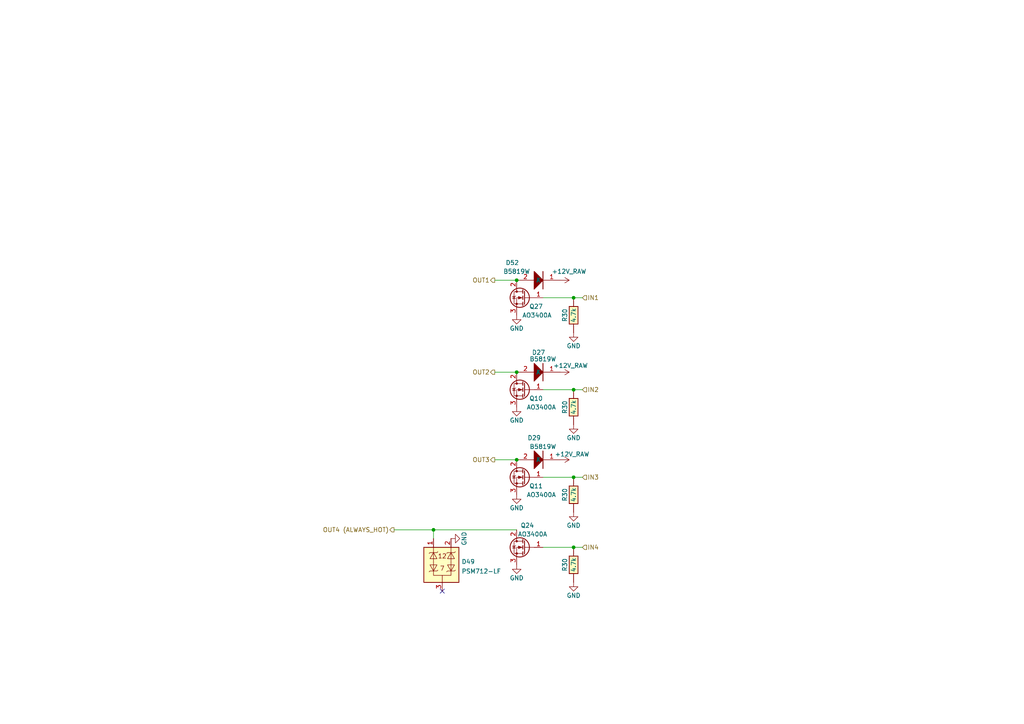
<source format=kicad_sch>
(kicad_sch (version 20230121) (generator eeschema)
  (paper "A4")
  (lib_symbols
    (symbol "Power_Management:PSM712"
      (property "Reference" "D?" (at 3.302 0.9085 0))
      (property "Value" "PSM712" (at 3.302 -1.8666 0))
      (symbol "PSM712_0_0"
        (text "12" (at -2.286 2.54 0) (effects (font (size 1.27 1.27))))
        (text "7" (at -2.286 -1.016 0) (effects (font (size 1.27 1.27))))
      )
      (symbol "PSM712_0_1"
        (rectangle (start -7.62 5.08) (end 2.54 -5.08) (stroke (width 0.254)) (fill (type background)))
        (polyline (pts (xy -4.826 5.08) (xy -4.826 -3.048) (xy -2.286 -3.048)) (stroke (width 0.1524)))
        (polyline (pts (xy -6.096 3.302) (xy -5.842 3.556) (xy -3.81 3.556) (xy -3.556 3.81)) (stroke (width 0.1524)))
        (polyline (pts (xy -4.826 -1.778) (xy -3.81 0) (xy -5.842 0) (xy -4.826 -1.778)) (stroke (width 0.1524)))
        (polyline (pts (xy -4.826 3.556) (xy -5.842 1.778) (xy -3.81 1.778) (xy -4.826 3.556)) (stroke (width 0.1524)))
        (polyline (pts (xy -3.556 -1.524) (xy -3.81 -1.778) (xy -5.842 -1.778) (xy -6.096 -2.032)) (stroke (width 0.1524)))
        (polyline (pts (xy -1.016 3.302) (xy -0.762 3.556) (xy 1.27 3.556) (xy 1.524 3.81)) (stroke (width 0.1524)))
        (polyline (pts (xy 0.254 -1.778) (xy 1.27 0) (xy -0.762 0) (xy 0.254 -1.778)) (stroke (width 0.1524)))
        (polyline (pts (xy 0.254 3.556) (xy -0.762 1.778) (xy 1.27 1.778) (xy 0.254 3.556)) (stroke (width 0.1524)))
        (polyline (pts (xy 0.254 5.08) (xy 0.254 -3.048) (xy -2.286 -3.048) (xy -2.286 -5.08)) (stroke (width 0.1524)))
        (polyline (pts (xy 1.524 -1.524) (xy 1.27 -1.778) (xy -0.762 -1.778) (xy -1.016 -2.032)) (stroke (width 0.1524)))
      )
      (symbol "PSM712_1_1"
        (pin passive line (at -4.826 7.62 270) (length 2.54) (name "") (number "1"))
        (pin passive line (at 0.254 7.62 270) (length 2.54) (name "") (number "2"))
        (pin passive line (at -2.286 -7.62 90) (length 2.54) (name "") (number "3"))
      )
    )
    (symbol "hellen-one-common:+12V_RAW" (power) (pin_names (offset 0))
      (property "Value" "+12V_RAW" (at 0 3.556 0))
      (symbol "+12V_RAW_0_1"
        (polyline (pts (xy -0.762 1.27) (xy 0 2.54)))
        (polyline (pts (xy 0 0) (xy 0 2.54)))
        (polyline (pts (xy 0 2.54) (xy 0.762 1.27)))
      )
      (symbol "+12V_RAW_1_1"
        (pin power_in line (at 0 0 90) (length 0) hide (name "+12V_RAW") (number "1"))
      )
    )
    (symbol "hellen-one-common:1N4148WS"
      (property "Reference" "D" (at 0 2.54 0))
      (property "Value" "1N4148WS" (at 0 -3.81 0))
      (symbol "1N4148WS_1_0"
        (polyline (pts (xy 2.54 2.54) (xy 2.54 -2.54)) (stroke (width 0.254)))
        (polyline (pts (xy 0 -2.54) (xy 2.54 0) (xy 0 2.54) (xy 0 -2.54)) (stroke (width 0.254)) (fill (type outline)))
        (pin passive line (at 7.62 0 180) (length 5.08) (name "K") (number "1"))
        (pin passive line (at -5.08 0 0) (length 5.08) (name "A") (number "2"))
      )
    )
    (symbol "hellen-one-common:MOSFET-N" (pin_names hide)
      (property "Reference" "Q" (at 5.08 6.35 0))
      (property "Value" "MOSFET-N" (at 2.54 3.81 0))
      (symbol "MOSFET-N_0_1"
        (polyline (pts (xy 0.254 0) (xy -2.54 0)))
        (polyline (pts (xy 0.254 1.905) (xy 0.254 -1.905)) (stroke (width 0.254)))
        (polyline (pts (xy 0.762 -1.27) (xy 0.762 -2.286)) (stroke (width 0.254)))
        (polyline (pts (xy 0.762 0.508) (xy 0.762 -0.508)) (stroke (width 0.254)))
        (polyline (pts (xy 0.762 2.286) (xy 0.762 1.27)) (stroke (width 0.254)))
        (polyline (pts (xy 2.54 2.54) (xy 2.54 1.778)))
        (polyline (pts (xy 2.54 -2.54) (xy 2.54 0) (xy 0.762 0)))
        (polyline (pts (xy 0.762 -1.778) (xy 3.302 -1.778) (xy 3.302 1.778) (xy 0.762 1.778)))
        (polyline (pts (xy 1.016 0) (xy 2.032 0.381) (xy 2.032 -0.381) (xy 1.016 0)) (fill (type outline)))
        (polyline (pts (xy 2.794 0.508) (xy 2.921 0.381) (xy 3.683 0.381) (xy 3.81 0.254)))
        (polyline (pts (xy 3.302 0.381) (xy 2.921 -0.254) (xy 3.683 -0.254) (xy 3.302 0.381)))
        (circle (center 1.651 0) (radius 2.794) (stroke (width 0.254)))
        (circle (center 2.54 -1.778) (radius 0.254) (fill (type outline)))
        (circle (center 2.54 1.778) (radius 0.254) (fill (type outline)))
      )
      (symbol "MOSFET-N_1_1"
        (pin input line (at -5.08 0 0) (length 2.54) (name "G") (number "1"))
        (pin passive line (at 2.54 5.08 270) (length 2.54) (name "D") (number "2"))
        (pin passive line (at 2.54 -5.08 90) (length 2.54) (name "S") (number "3"))
      )
    )
    (symbol "hellen-one-common:Res" (pin_numbers hide)
      (property "Reference" "R" (at 3.81 2.54 0))
      (property "Value" "Res" (at 5.08 -2.54 0))
      (symbol "Res_1_0"
        (rectangle (start 2.54 -1.27) (end 7.62 1.27) (stroke (width 0.254)) (fill (type background)))
        (pin passive line (at 0 0 0) (length 2.54) (name "") (number "1"))
        (pin passive line (at 10.16 0 180) (length 2.54) (name "") (number "2"))
      )
    )
    (symbol "power:GND" (power) (pin_names (offset 0))
      (property "Value" "GND" (at 0 -3.81 0))
      (symbol "GND_0_1"
        (polyline (pts (xy 0 0) (xy 0 -1.27) (xy 1.27 -1.27) (xy 0 -2.54) (xy -1.27 -1.27) (xy 0 -1.27)))
      )
      (symbol "GND_1_1"
        (pin power_in line (at 0 0 270) (length 0) hide (name "GND") (number "1"))
      )
    )
  )
  (junction (at 125.73 153.67))
  (junction (at 149.86 81.28))
  (junction (at 166.37 138.43))
  (junction (at 149.86 107.95))
  (junction (at 166.37 113.03))
  (junction (at 166.37 158.75))
  (junction (at 166.37 86.36))
  (junction (at 149.86 133.35))
  (no_connect (at 128.27 171.45))
  (wire (pts (xy 157.48 86.36) (xy 166.37 86.36)))
  (wire (pts (xy 166.37 113.03) (xy 168.91 113.03)))
  (wire (pts (xy 143.51 81.28) (xy 149.86 81.28)))
  (wire (pts (xy 143.51 107.95) (xy 149.86 107.95)))
  (wire (pts (xy 157.48 113.03) (xy 166.37 113.03)))
  (wire (pts (xy 166.37 158.75) (xy 168.91 158.75)))
  (wire (pts (xy 125.73 153.67) (xy 149.86 153.67)))
  (wire (pts (xy 125.73 153.67) (xy 125.73 156.21)))
  (wire (pts (xy 114.3 153.67) (xy 125.73 153.67)))
  (wire (pts (xy 143.51 133.35) (xy 149.86 133.35)))
  (wire (pts (xy 157.48 138.43) (xy 166.37 138.43)))
  (wire (pts (xy 166.37 86.36) (xy 168.91 86.36)))
  (wire (pts (xy 166.37 138.43) (xy 168.91 138.43)))
  (wire (pts (xy 157.48 158.75) (xy 166.37 158.75)))
  (hierarchical_label "OUT1" (shape output) (at 143.51 81.28 180))
  (hierarchical_label "IN3" (shape input) (at 168.91 138.43 0))
  (hierarchical_label "OUT4 (ALWAYS_HOT)" (shape output) (at 114.3 153.67 180))
  (hierarchical_label "OUT3" (shape output) (at 143.51 133.35 180))
  (hierarchical_label "IN4" (shape input) (at 168.91 158.75 0))
  (hierarchical_label "IN1" (shape input) (at 168.91 86.36 0))
  (hierarchical_label "OUT2" (shape output) (at 143.51 107.95 180))
  (hierarchical_label "IN2" (shape input) (at 168.91 113.03 0))
  (symbol (lib_id "hellen-one-common:Res") (at 166.37 138.43 90) (mirror x) (unit 1)
    (property "Reference" "R30" (at 163.83 143.51 0))
    (property "Value" "4.7k" (at 166.37 143.51 0))
    (property "Footprint" "hellen-one-common:R0603" (effects hide))
    (property "LCSC" "C23162" (effects hide))
    (instances (project "alphax_4ch" (path "" (reference "R30") (unit 1)) (path "" (reference "R101") (unit 1)) (path "" (reference "R105") (unit 1)) (path "" (reference "R109") (unit 1)) (path "" (reference "R1110") (unit 1))))
  )
  (symbol (lib_id "power:GND") (at 130.81 156.21 90) (mirror x) (unit 1)
    (property "Reference" "#PWR0140" (effects hide))
    (property "Value" "GND" (at 134.62 156.21 0))
    (instances (project "alphax_4ch" (path "" (reference "#PWR0140") (unit 1)) (path "" (reference "#PWR0139") (unit 1))))
  )
  (symbol (lib_id "hellen-one-common:1N4148WS") (at 154.94 107.95 0) (unit 1)
    (property "Reference" "D27" (at 156.21 102.235 0))
    (property "Value" "B5819W" (at 157.48 104.14 0))
    (property "Footprint" "hellen-one-common:SOD-123" (effects hide))
    (property "LCSC" "C8598" (effects hide))
    (instances (project "alphax_4ch" (path "" (reference "D27") (unit 1)) (path "" (reference "D52") (unit 1))))
  )
  (symbol (lib_id "power:GND") (at 166.37 96.52 0) (unit 1)
    (property "Reference" "#PWR035" (effects hide))
    (property "Value" "GND" (at 166.37 100.33 0))
    (instances (project "alphax_4ch" (path "" (reference "#PWR035") (unit 1)) (path "" (reference "#PWR071") (unit 1)) (path "" (reference "#PWR0143") (unit 1)) (path "" (reference "#PWR0205") (unit 1)) (path "" (reference "#PWR0145") (unit 1))))
  )
  (symbol (lib_id "power:GND") (at 149.86 91.44 0) (mirror y) (unit 1)
    (property "Reference" "#PWR0122" (effects hide))
    (property "Value" "GND" (at 149.86 95.25 0))
    (instances (project "alphax_4ch" (path "" (reference "#PWR0122") (unit 1)) (path "" (reference "#PWR0141") (unit 1))))
  )
  (symbol (lib_id "hellen-one-common:Res") (at 166.37 86.36 90) (mirror x) (unit 1)
    (property "Reference" "R30" (at 163.83 91.44 0))
    (property "Value" "4.7k" (at 166.37 91.44 0))
    (property "Footprint" "hellen-one-common:R0603" (effects hide))
    (property "LCSC" "C23162" (effects hide))
    (instances (project "alphax_4ch" (path "" (reference "R30") (unit 1)) (path "" (reference "R101") (unit 1)) (path "" (reference "R105") (unit 1)) (path "" (reference "R109") (unit 1)) (path "" (reference "R1112") (unit 1))))
  )
  (symbol (lib_id "hellen-one-common:Res") (at 166.37 113.03 90) (mirror x) (unit 1)
    (property "Reference" "R30" (at 163.83 118.11 0))
    (property "Value" "4.7k" (at 166.37 118.11 0))
    (property "Footprint" "hellen-one-common:R0603" (effects hide))
    (property "LCSC" "C23162" (effects hide))
    (instances (project "alphax_4ch" (path "" (reference "R30") (unit 1)) (path "" (reference "R101") (unit 1)) (path "" (reference "R105") (unit 1)) (path "" (reference "R109") (unit 1)) (path "" (reference "R1111") (unit 1))))
  )
  (symbol (lib_id "power:GND") (at 149.86 118.11 0) (mirror y) (unit 1)
    (property "Reference" "#PWR042" (effects hide))
    (property "Value" "GND" (at 149.86 121.92 0))
    (instances (project "alphax_4ch" (path "" (reference "#PWR042") (unit 1)) (path "" (reference "#PWR0142") (unit 1))))
  )
  (symbol (lib_id "hellen-one-common:1N4148WS") (at 154.94 133.35 0) (unit 1)
    (property "Reference" "D29" (at 154.94 127 0))
    (property "Value" "B5819W" (at 157.48 129.54 0))
    (property "Footprint" "hellen-one-common:SOD-123" (effects hide))
    (property "LCSC" "C8598" (effects hide))
    (instances (project "alphax_4ch" (path "" (reference "D29") (unit 1)) (path "" (reference "D72") (unit 1))))
  )
  (symbol (lib_id "hellen-one-common:MOSFET-N") (at 152.4 113.03 0) (mirror y) (unit 1)
    (property "Reference" "Q10" (at 157.48 115.57 0) (effects (justify left)))
    (property "Value" "AO3400A" (at 161.29 118.11 0) (effects (justify left)))
    (property "Footprint" "hellen-one-common:SOT-23" (effects hide))
    (property "LCSC" " C20917" (effects hide))
    (instances (project "alphax_4ch" (path "" (reference "Q10") (unit 1)) (path "" (reference "Q24") (unit 1))))
  )
  (symbol (lib_id "power:GND") (at 149.86 163.83 0) (mirror y) (unit 1)
    (property "Reference" "#PWR0123" (effects hide))
    (property "Value" "GND" (at 149.86 167.64 0))
    (instances (project "alphax_4ch" (path "" (reference "#PWR0123") (unit 1)) (path "" (reference "#PWR0144") (unit 1))))
  )
  (symbol (lib_id "hellen-one-common:MOSFET-N") (at 152.4 86.36 0) (mirror y) (unit 1)
    (property "Reference" "Q27" (at 157.48 88.9 0) (effects (justify left)))
    (property "Value" "AO3400A" (at 160.02 91.44 0) (effects (justify left)))
    (property "Footprint" "hellen-one-common:SOT-23" (effects hide))
    (property "LCSC" " C20917" (effects hide))
    (instances (project "alphax_4ch" (path "" (reference "Q27") (unit 1)) (path "" (reference "Q11") (unit 1))))
  )
  (symbol (lib_id "power:GND") (at 166.37 148.59 0) (unit 1)
    (property "Reference" "#PWR035" (effects hide))
    (property "Value" "GND" (at 166.37 152.4 0))
    (instances (project "alphax_4ch" (path "" (reference "#PWR035") (unit 1)) (path "" (reference "#PWR071") (unit 1)) (path "" (reference "#PWR0143") (unit 1)) (path "" (reference "#PWR0205") (unit 1)) (path "" (reference "#PWR0147") (unit 1))))
  )
  (symbol (lib_id "hellen-one-common:MOSFET-N") (at 152.4 158.75 0) (mirror y) (unit 1)
    (property "Reference" "Q24" (at 154.94 152.4 0) (effects (justify left)))
    (property "Value" "AO3400A" (at 158.75 154.94 0) (effects (justify left)))
    (property "Footprint" "hellen-one-common:SOT-23" (effects hide))
    (property "LCSC" " C20917" (effects hide))
    (instances (project "alphax_4ch" (path "" (reference "Q24") (unit 1)) (path "" (reference "Q10") (unit 1))))
  )
  (symbol (lib_id "hellen-one-common:1N4148WS") (at 154.94 81.28 0) (unit 1)
    (property "Reference" "D52" (at 148.59 76.2 0))
    (property "Value" "B5819W" (at 149.86 78.74 0))
    (property "Footprint" "hellen-one-common:SOD-123" (effects hide))
    (property "LCSC" "C8598" (effects hide))
    (instances (project "alphax_4ch" (path "" (reference "D52") (unit 1)) (path "" (reference "D49") (unit 1))))
  )
  (symbol (lib_id "power:GND") (at 166.37 123.19 0) (unit 1)
    (property "Reference" "#PWR035" (effects hide))
    (property "Value" "GND" (at 166.37 127 0))
    (instances (project "alphax_4ch" (path "" (reference "#PWR035") (unit 1)) (path "" (reference "#PWR071") (unit 1)) (path "" (reference "#PWR0143") (unit 1)) (path "" (reference "#PWR0205") (unit 1)) (path "" (reference "#PWR0146") (unit 1))))
  )
  (symbol (lib_id "Power_Management:PSM712") (at 130.556 163.83 0) (unit 1)
    (property "Reference" "D49" (at 133.858 162.9215 0) (effects (justify left)))
    (property "Value" "PSM712-LF" (at 133.858 165.6966 0) (effects (justify left)))
    (property "Footprint" "hellen-one-common:SOT-23" (effects hide))
    (property "Datasheet" "https://datasheet.lcsc.com/lcsc/1811061632_ProTek-Devices-PSM712-LF-T7_C32677.pdf" (effects hide))
    (property "LCSC" "C32677" (effects hide))
    (instances (project "alphax_4ch" (path "" (reference "D49") (unit 1)) (path "" (reference "D29") (unit 1))))
  )
  (symbol (lib_id "hellen-one-common:+12V_RAW") (at 162.56 133.35 270) (mirror x) (unit 1)
    (property "Reference" "#PWR069" (effects hide))
    (property "Value" "+12V_RAW" (at 160.895 131.7491 90) (effects (justify left)))
    (instances (project "alphax_4ch" (path "" (reference "#PWR069") (unit 1)) (path "" (reference "#PWR0188") (unit 1))))
  )
  (symbol (lib_id "power:GND") (at 149.86 143.51 0) (mirror y) (unit 1)
    (property "Reference" "#PWR053" (effects hide))
    (property "Value" "GND" (at 149.86 147.32 0))
    (instances (project "alphax_4ch" (path "" (reference "#PWR053") (unit 1)) (path "" (reference "#PWR0143") (unit 1))))
  )
  (symbol (lib_id "power:GND") (at 166.37 168.91 0) (unit 1)
    (property "Reference" "#PWR035" (effects hide))
    (property "Value" "GND" (at 166.37 172.72 0))
    (instances (project "alphax_4ch" (path "" (reference "#PWR035") (unit 1)) (path "" (reference "#PWR071") (unit 1)) (path "" (reference "#PWR0143") (unit 1)) (path "" (reference "#PWR0205") (unit 1)) (path "" (reference "#PWR0148") (unit 1))))
  )
  (symbol (lib_id "hellen-one-common:MOSFET-N") (at 152.4 138.43 0) (mirror y) (unit 1)
    (property "Reference" "Q11" (at 157.48 140.97 0) (effects (justify left)))
    (property "Value" "AO3400A" (at 161.29 143.51 0) (effects (justify left)))
    (property "Footprint" "hellen-one-common:SOT-23" (effects hide))
    (property "LCSC" " C20917" (effects hide))
    (instances (project "alphax_4ch" (path "" (reference "Q11") (unit 1)) (path "" (reference "Q27") (unit 1))))
  )
  (symbol (lib_id "hellen-one-common:+12V_RAW") (at 162.56 81.28 270) (mirror x) (unit 1)
    (property "Reference" "#PWR0121" (effects hide))
    (property "Value" "+12V_RAW" (at 160.02 78.74 90) (effects (justify left)))
    (instances (project "alphax_4ch" (path "" (reference "#PWR0121") (unit 1)) (path "" (reference "#PWR0186") (unit 1))))
  )
  (symbol (lib_id "hellen-one-common:Res") (at 166.37 158.75 90) (mirror x) (unit 1)
    (property "Reference" "R30" (at 163.83 163.83 0))
    (property "Value" "4.7k" (at 166.37 163.83 0))
    (property "Footprint" "hellen-one-common:R0603" (effects hide))
    (property "LCSC" "C23162" (effects hide))
    (instances (project "alphax_4ch" (path "" (reference "R30") (unit 1)) (path "" (reference "R101") (unit 1)) (path "" (reference "R105") (unit 1)) (path "" (reference "R109") (unit 1)) (path "" (reference "R1113") (unit 1))))
  )
  (symbol (lib_id "hellen-one-common:+12V_RAW") (at 162.56 107.95 270) (mirror x) (unit 1)
    (property "Reference" "#PWR049" (effects hide))
    (property "Value" "+12V_RAW" (at 160.4522 106.0384 90) (effects (justify left)))
    (instances (project "alphax_4ch" (path "" (reference "#PWR049") (unit 1)) (path "" (reference "#PWR0187") (unit 1))))
  )
)
</source>
